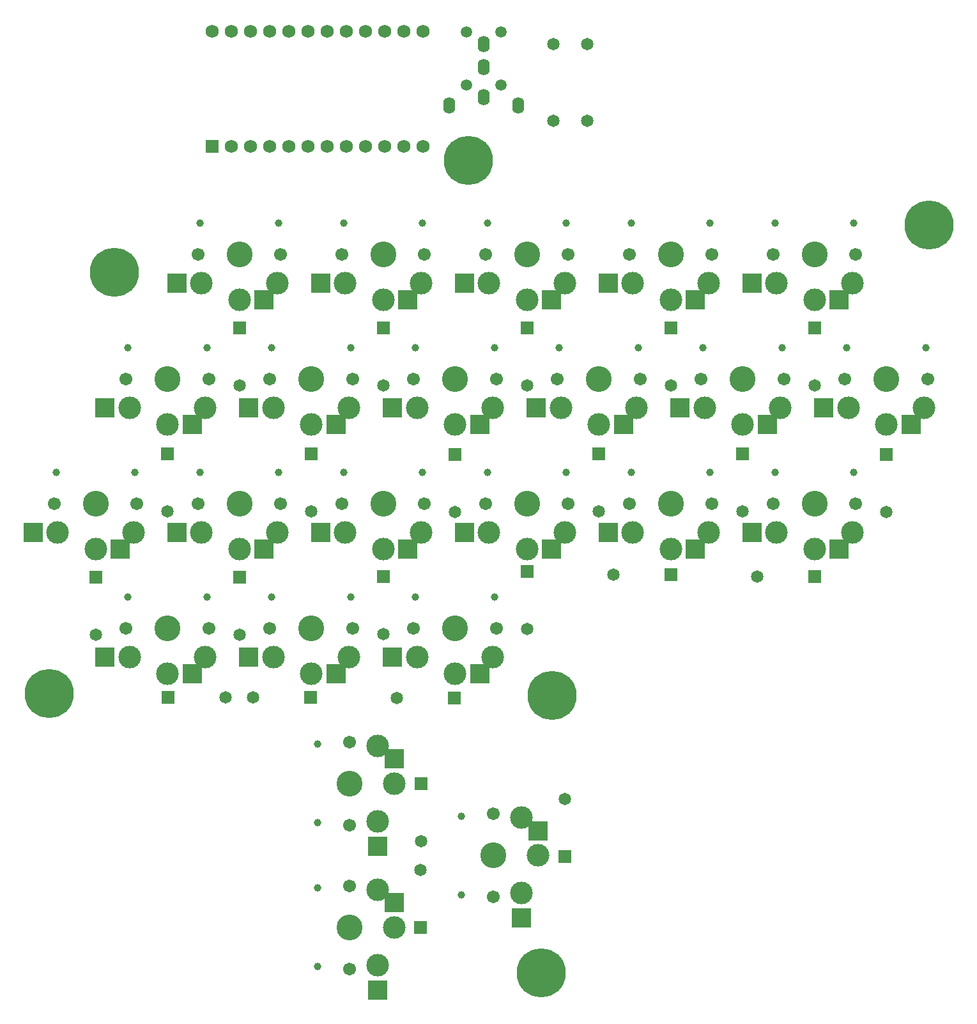
<source format=gbr>
%TF.GenerationSoftware,KiCad,Pcbnew,5.1.10-88a1d61d58~88~ubuntu20.04.1*%
%TF.CreationDate,2021-05-20T13:35:29+01:00*%
%TF.ProjectId,scrawler,73637261-776c-4657-922e-6b696361645f,rev?*%
%TF.SameCoordinates,Original*%
%TF.FileFunction,Soldermask,Bot*%
%TF.FilePolarity,Negative*%
%FSLAX46Y46*%
G04 Gerber Fmt 4.6, Leading zero omitted, Abs format (unit mm)*
G04 Created by KiCad (PCBNEW 5.1.10-88a1d61d58~88~ubuntu20.04.1) date 2021-05-20 13:35:29*
%MOMM*%
%LPD*%
G01*
G04 APERTURE LIST*
%ADD10C,6.500000*%
%ADD11C,1.651000*%
%ADD12C,1.752600*%
%ADD13R,1.752600X1.752600*%
%ADD14O,1.600000X2.200000*%
%ADD15C,1.500000*%
%ADD16C,1.701800*%
%ADD17C,3.000000*%
%ADD18C,3.429000*%
%ADD19R,2.600000X2.600000*%
%ADD20C,0.990600*%
%ADD21R,1.651000X1.651000*%
G04 APERTURE END LIST*
D10*
%TO.C,H5*%
X149631400Y-43421300D03*
%TD*%
D11*
%TO.C,R2*%
X160896300Y-38150800D03*
X160896300Y-27990800D03*
%TD*%
%TO.C,R1*%
X165417500Y-38163500D03*
X165417500Y-28003500D03*
%TD*%
D12*
%TO.C,U2*%
X115684300Y-26276300D03*
X143624300Y-41516300D03*
X118224300Y-26276300D03*
X120764300Y-26276300D03*
X123304300Y-26276300D03*
X125844300Y-26276300D03*
X128384300Y-26276300D03*
X130924300Y-26276300D03*
X133464300Y-26276300D03*
X136004300Y-26276300D03*
X138544300Y-26276300D03*
X141084300Y-26276300D03*
X143624300Y-26276300D03*
X141084300Y-41516300D03*
X138544300Y-41516300D03*
X136004300Y-41516300D03*
X133464300Y-41516300D03*
X130924300Y-41516300D03*
X128384300Y-41516300D03*
X125844300Y-41516300D03*
X123304300Y-41516300D03*
X120764300Y-41516300D03*
X118224300Y-41516300D03*
D13*
X115684300Y-41516300D03*
%TD*%
D10*
%TO.C,H6*%
X210731100Y-51968400D03*
%TD*%
%TO.C,H4*%
X94094300Y-114046000D03*
%TD*%
%TO.C,H3*%
X102781100Y-58204100D03*
%TD*%
%TO.C,H2*%
X159308800Y-150990300D03*
%TD*%
%TO.C,H1*%
X160731200Y-114236500D03*
%TD*%
D14*
%TO.C,U1*%
X151688800Y-31015800D03*
D15*
X149388800Y-26415800D03*
X149388800Y-33415800D03*
D14*
X151688800Y-28015800D03*
X151688800Y-35015800D03*
X147088800Y-36115800D03*
X156288800Y-36115800D03*
D15*
X153988800Y-26415800D03*
X153988800Y-33415800D03*
%TD*%
D16*
%TO.C,SW23*%
X152971500Y-140958200D03*
X152971500Y-129958200D03*
D17*
X156721500Y-130458200D03*
D18*
X152971500Y-135458200D03*
D17*
X158921500Y-135458200D03*
X156721500Y-140458200D03*
D19*
X158921500Y-132183200D03*
X156721500Y-143733200D03*
D20*
X148771500Y-140678200D03*
X148771500Y-130238200D03*
%TD*%
D16*
%TO.C,SW22*%
X133921500Y-150483200D03*
X133921500Y-139483200D03*
D17*
X137671500Y-139983200D03*
D18*
X133921500Y-144983200D03*
D17*
X139871500Y-144983200D03*
X137671500Y-149983200D03*
D19*
X139871500Y-141708200D03*
X137671500Y-153258200D03*
D20*
X129721500Y-150203200D03*
X129721500Y-139763200D03*
%TD*%
D16*
%TO.C,SW21*%
X133921500Y-131433200D03*
X133921500Y-120433200D03*
D17*
X137671500Y-120933200D03*
D18*
X133921500Y-125933200D03*
D17*
X139871500Y-125933200D03*
X137671500Y-130933200D03*
D19*
X139871500Y-122658200D03*
X137671500Y-134208200D03*
D20*
X129721500Y-131153200D03*
X129721500Y-120713200D03*
%TD*%
D16*
%TO.C,SW20*%
X142391500Y-105410000D03*
X153391500Y-105410000D03*
D17*
X152891500Y-109160000D03*
D18*
X147891500Y-105410000D03*
D17*
X147891500Y-111360000D03*
X142891500Y-109160000D03*
D19*
X151166500Y-111360000D03*
X139616500Y-109160000D03*
D20*
X142671500Y-101210000D03*
X153111500Y-101210000D03*
%TD*%
D16*
%TO.C,SW19*%
X123341500Y-105410000D03*
X134341500Y-105410000D03*
D17*
X133841500Y-109160000D03*
D18*
X128841500Y-105410000D03*
D17*
X128841500Y-111360000D03*
X123841500Y-109160000D03*
D19*
X132116500Y-111360000D03*
X120566500Y-109160000D03*
D20*
X123621500Y-101210000D03*
X134061500Y-101210000D03*
%TD*%
D16*
%TO.C,SW18*%
X104291500Y-105410000D03*
X115291500Y-105410000D03*
D17*
X114791500Y-109160000D03*
D18*
X109791500Y-105410000D03*
D17*
X109791500Y-111360000D03*
X104791500Y-109160000D03*
D19*
X113066500Y-111360000D03*
X101516500Y-109160000D03*
D20*
X104571500Y-101210000D03*
X115011500Y-101210000D03*
%TD*%
D16*
%TO.C,SW17*%
X190016500Y-88900000D03*
X201016500Y-88900000D03*
D17*
X200516500Y-92650000D03*
D18*
X195516500Y-88900000D03*
D17*
X195516500Y-94850000D03*
X190516500Y-92650000D03*
D19*
X198791500Y-94850000D03*
X187241500Y-92650000D03*
D20*
X190296500Y-84700000D03*
X200736500Y-84700000D03*
%TD*%
D16*
%TO.C,SW16*%
X170966500Y-88900000D03*
X181966500Y-88900000D03*
D17*
X181466500Y-92650000D03*
D18*
X176466500Y-88900000D03*
D17*
X176466500Y-94850000D03*
X171466500Y-92650000D03*
D19*
X179741500Y-94850000D03*
X168191500Y-92650000D03*
D20*
X171246500Y-84700000D03*
X181686500Y-84700000D03*
%TD*%
D16*
%TO.C,SW15*%
X151916500Y-88900000D03*
X162916500Y-88900000D03*
D17*
X162416500Y-92650000D03*
D18*
X157416500Y-88900000D03*
D17*
X157416500Y-94850000D03*
X152416500Y-92650000D03*
D19*
X160691500Y-94850000D03*
X149141500Y-92650000D03*
D20*
X152196500Y-84700000D03*
X162636500Y-84700000D03*
%TD*%
D16*
%TO.C,SW14*%
X132866500Y-88900000D03*
X143866500Y-88900000D03*
D17*
X143366500Y-92650000D03*
D18*
X138366500Y-88900000D03*
D17*
X138366500Y-94850000D03*
X133366500Y-92650000D03*
D19*
X141641500Y-94850000D03*
X130091500Y-92650000D03*
D20*
X133146500Y-84700000D03*
X143586500Y-84700000D03*
%TD*%
D16*
%TO.C,SW13*%
X113816500Y-88900000D03*
X124816500Y-88900000D03*
D17*
X124316500Y-92650000D03*
D18*
X119316500Y-88900000D03*
D17*
X119316500Y-94850000D03*
X114316500Y-92650000D03*
D19*
X122591500Y-94850000D03*
X111041500Y-92650000D03*
D20*
X114096500Y-84700000D03*
X124536500Y-84700000D03*
%TD*%
D16*
%TO.C,SW12*%
X94766500Y-88900000D03*
X105766500Y-88900000D03*
D17*
X105266500Y-92650000D03*
D18*
X100266500Y-88900000D03*
D17*
X100266500Y-94850000D03*
X95266500Y-92650000D03*
D19*
X103541500Y-94850000D03*
X91991500Y-92650000D03*
D20*
X95046500Y-84700000D03*
X105486500Y-84700000D03*
%TD*%
D16*
%TO.C,SW11*%
X199541500Y-72390000D03*
X210541500Y-72390000D03*
D17*
X210041500Y-76140000D03*
D18*
X205041500Y-72390000D03*
D17*
X205041500Y-78340000D03*
X200041500Y-76140000D03*
D19*
X208316500Y-78340000D03*
X196766500Y-76140000D03*
D20*
X199821500Y-68190000D03*
X210261500Y-68190000D03*
%TD*%
D16*
%TO.C,SW10*%
X180491500Y-72390000D03*
X191491500Y-72390000D03*
D17*
X190991500Y-76140000D03*
D18*
X185991500Y-72390000D03*
D17*
X185991500Y-78340000D03*
X180991500Y-76140000D03*
D19*
X189266500Y-78340000D03*
X177716500Y-76140000D03*
D20*
X180771500Y-68190000D03*
X191211500Y-68190000D03*
%TD*%
D16*
%TO.C,SW9*%
X161441500Y-72390000D03*
X172441500Y-72390000D03*
D17*
X171941500Y-76140000D03*
D18*
X166941500Y-72390000D03*
D17*
X166941500Y-78340000D03*
X161941500Y-76140000D03*
D19*
X170216500Y-78340000D03*
X158666500Y-76140000D03*
D20*
X161721500Y-68190000D03*
X172161500Y-68190000D03*
%TD*%
D16*
%TO.C,SW8*%
X142391500Y-72390000D03*
X153391500Y-72390000D03*
D17*
X152891500Y-76140000D03*
D18*
X147891500Y-72390000D03*
D17*
X147891500Y-78340000D03*
X142891500Y-76140000D03*
D19*
X151166500Y-78340000D03*
X139616500Y-76140000D03*
D20*
X142671500Y-68190000D03*
X153111500Y-68190000D03*
%TD*%
D16*
%TO.C,SW7*%
X123341500Y-72390000D03*
X134341500Y-72390000D03*
D17*
X133841500Y-76140000D03*
D18*
X128841500Y-72390000D03*
D17*
X128841500Y-78340000D03*
X123841500Y-76140000D03*
D19*
X132116500Y-78340000D03*
X120566500Y-76140000D03*
D20*
X123621500Y-68190000D03*
X134061500Y-68190000D03*
%TD*%
D16*
%TO.C,SW6*%
X104291500Y-72390000D03*
X115291500Y-72390000D03*
D17*
X114791500Y-76140000D03*
D18*
X109791500Y-72390000D03*
D17*
X109791500Y-78340000D03*
X104791500Y-76140000D03*
D19*
X113066500Y-78340000D03*
X101516500Y-76140000D03*
D20*
X104571500Y-68190000D03*
X115011500Y-68190000D03*
%TD*%
D16*
%TO.C,SW5*%
X190016500Y-55880000D03*
X201016500Y-55880000D03*
D17*
X200516500Y-59630000D03*
D18*
X195516500Y-55880000D03*
D17*
X195516500Y-61830000D03*
X190516500Y-59630000D03*
D19*
X198791500Y-61830000D03*
X187241500Y-59630000D03*
D20*
X190296500Y-51680000D03*
X200736500Y-51680000D03*
%TD*%
D16*
%TO.C,SW4*%
X170966500Y-55880000D03*
X181966500Y-55880000D03*
D17*
X181466500Y-59630000D03*
D18*
X176466500Y-55880000D03*
D17*
X176466500Y-61830000D03*
X171466500Y-59630000D03*
D19*
X179741500Y-61830000D03*
X168191500Y-59630000D03*
D20*
X171246500Y-51680000D03*
X181686500Y-51680000D03*
%TD*%
D16*
%TO.C,SW3*%
X151916500Y-55880000D03*
X162916500Y-55880000D03*
D17*
X162416500Y-59630000D03*
D18*
X157416500Y-55880000D03*
D17*
X157416500Y-61830000D03*
X152416500Y-59630000D03*
D19*
X160691500Y-61830000D03*
X149141500Y-59630000D03*
D20*
X152196500Y-51680000D03*
X162636500Y-51680000D03*
%TD*%
D16*
%TO.C,SW2*%
X132866500Y-55880000D03*
X143866500Y-55880000D03*
D17*
X143366500Y-59630000D03*
D18*
X138366500Y-55880000D03*
D17*
X138366500Y-61830000D03*
X133366500Y-59630000D03*
D19*
X141641500Y-61830000D03*
X130091500Y-59630000D03*
D20*
X133146500Y-51680000D03*
X143586500Y-51680000D03*
%TD*%
D16*
%TO.C,SW1*%
X113816500Y-55880000D03*
X124816500Y-55880000D03*
D17*
X124316500Y-59630000D03*
D18*
X119316500Y-55880000D03*
D17*
X119316500Y-61830000D03*
X114316500Y-59630000D03*
D19*
X122591500Y-61830000D03*
X111041500Y-59630000D03*
D20*
X114096500Y-51680000D03*
X124536500Y-51680000D03*
%TD*%
D21*
%TO.C,D23*%
X162433000Y-135572500D03*
D11*
X162433000Y-127952500D03*
%TD*%
D21*
%TO.C,D22*%
X143319500Y-145034000D03*
D11*
X143319500Y-137414000D03*
%TD*%
D21*
%TO.C,D21*%
X143383000Y-125984000D03*
D11*
X143383000Y-133604000D03*
%TD*%
D21*
%TO.C,D20*%
X147828000Y-114617500D03*
D11*
X140208000Y-114617500D03*
%TD*%
D21*
%TO.C,D19*%
X128778000Y-114554000D03*
D11*
X121158000Y-114554000D03*
%TD*%
D21*
%TO.C,D18*%
X109855000Y-114554000D03*
D11*
X117475000Y-114554000D03*
%TD*%
D21*
%TO.C,D17*%
X195516500Y-98488500D03*
D11*
X187896500Y-98488500D03*
%TD*%
D21*
%TO.C,D16*%
X176466500Y-98234500D03*
D11*
X168846500Y-98234500D03*
%TD*%
D21*
%TO.C,D15*%
X157416500Y-97853500D03*
D11*
X157416500Y-105473500D03*
%TD*%
D21*
%TO.C,D14*%
X138366500Y-98552000D03*
D11*
X138366500Y-106172000D03*
%TD*%
D21*
%TO.C,D13*%
X119316500Y-98615500D03*
D11*
X119316500Y-106235500D03*
%TD*%
D21*
%TO.C,D12*%
X100266500Y-98615500D03*
D11*
X100266500Y-106235500D03*
%TD*%
D21*
%TO.C,D11*%
X205041500Y-82359500D03*
D11*
X205041500Y-89979500D03*
%TD*%
D21*
%TO.C,D10*%
X185991500Y-82232500D03*
D11*
X185991500Y-89852500D03*
%TD*%
D21*
%TO.C,D9*%
X166941500Y-82232500D03*
D11*
X166941500Y-89852500D03*
%TD*%
D21*
%TO.C,D8*%
X147891500Y-82391250D03*
D11*
X147891500Y-90011250D03*
%TD*%
D21*
%TO.C,D7*%
X128841500Y-82232500D03*
D11*
X128841500Y-89852500D03*
%TD*%
D21*
%TO.C,D6*%
X109791500Y-82232500D03*
D11*
X109791500Y-89852500D03*
%TD*%
D21*
%TO.C,D5*%
X195516500Y-65595500D03*
D11*
X195516500Y-73215500D03*
%TD*%
D21*
%TO.C,D4*%
X176466500Y-65595500D03*
D11*
X176466500Y-73215500D03*
%TD*%
D21*
%TO.C,D3*%
X157416500Y-65595500D03*
D11*
X157416500Y-73215500D03*
%TD*%
D21*
%TO.C,D2*%
X138366500Y-65595500D03*
D11*
X138366500Y-73215500D03*
%TD*%
D21*
%TO.C,D1*%
X119316500Y-65595500D03*
D11*
X119316500Y-73215500D03*
%TD*%
M02*

</source>
